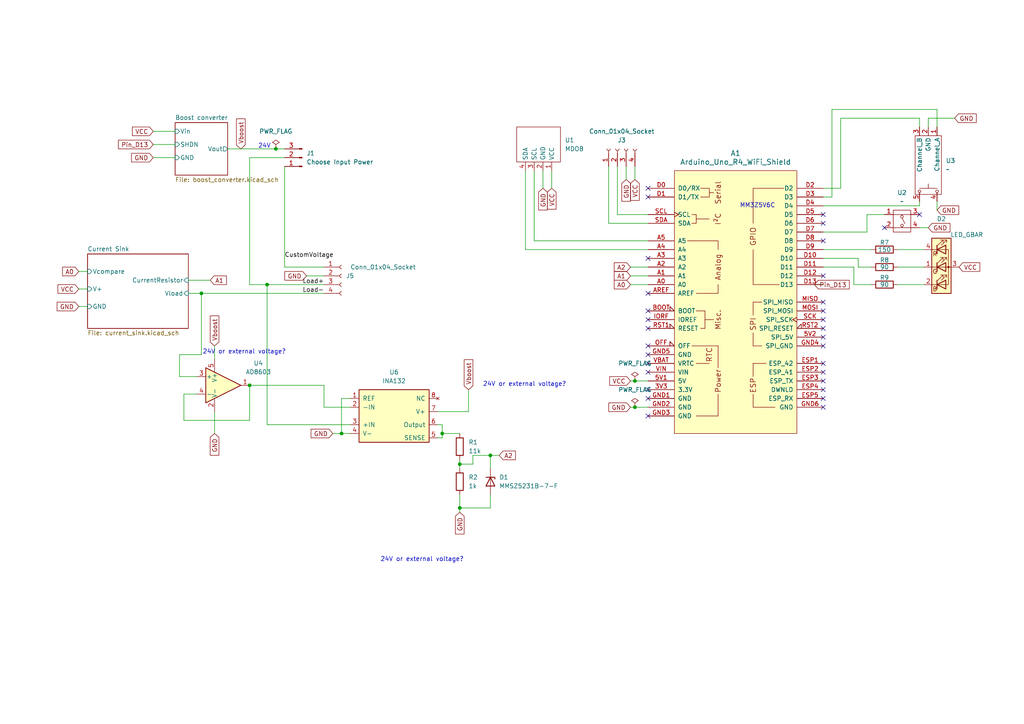
<source format=kicad_sch>
(kicad_sch (version 20250114) (generator "eeschema") (generator_version "9.0")
  (paper "A4")
  (lib_symbols
    (symbol "Amplifier_Operational:AD8603" (pin_names (offset 0.127))
      (property "Reference" "U" (at 0 5.08 0))
      (property "Value" "AD8603" (at 0 -5.08 0))
      (symbol "AD8603_0_1"
        (polyline (pts (xy -5.08 5.08) (xy 5.08 0) (xy -5.08 -5.08) (xy -5.08 5.08)) (stroke (width 0.254)) (fill (type background)))
        (pin power_in line (at -2.54 7.62 270) (length 3.81) (name "V+") (number "5"))
        (pin power_in line (at -2.54 -7.62 90) (length 3.81) (name "V-") (number "2"))
      )
      (symbol "AD8603_1_1"
        (pin input line (at -7.62 2.54 0) (length 2.54) (name "+") (number "3"))
        (pin input line (at -7.62 -2.54 0) (length 2.54) (name "-") (number "4"))
        (pin output line (at 7.62 0 180) (length 2.54) (name "~") (number "1"))
      )
    )
    (symbol "Connector:Conn_01x03_Pin" (pin_names (offset 1.016) (hide yes))
      (property "Reference" "J" (at 0 5.08 0))
      (property "Value" "Conn_01x03_Pin" (at 0 -5.08 0))
      (symbol "Conn_01x03_Pin_1_1"
        (rectangle (start 0.8636 2.667) (end 0 2.413) (stroke (width 0.1524)) (fill (type outline)))
        (rectangle (start 0.8636 0.127) (end 0 -0.127) (stroke (width 0.1524)) (fill (type outline)))
        (rectangle (start 0.8636 -2.413) (end 0 -2.667) (stroke (width 0.1524)) (fill (type outline)))
        (polyline (pts (xy 1.27 2.54) (xy 0.8636 2.54)) (stroke (width 0.1524)))
        (polyline (pts (xy 1.27 0) (xy 0.8636 0)) (stroke (width 0.1524)))
        (polyline (pts (xy 1.27 -2.54) (xy 0.8636 -2.54)) (stroke (width 0.1524)))
        (pin passive line (at 5.08 2.54 180) (length 3.81) (name "Pin_1") (number "1"))
        (pin passive line (at 5.08 0 180) (length 3.81) (name "Pin_2") (number "2"))
        (pin passive line (at 5.08 -2.54 180) (length 3.81) (name "Pin_3") (number "3"))
      )
    )
    (symbol "Connector:Conn_01x04_Socket" (pin_names (offset 1.016) (hide yes))
      (property "Reference" "J" (at 0 5.08 0))
      (property "Value" "Conn_01x04_Socket" (at 0 -7.62 0))
      (symbol "Conn_01x04_Socket_1_1"
        (polyline (pts (xy -1.27 2.54) (xy -0.508 2.54)) (stroke (width 0.1524)))
        (polyline (pts (xy -1.27 0) (xy -0.508 0)) (stroke (width 0.1524)))
        (polyline (pts (xy -1.27 -2.54) (xy -0.508 -2.54)) (stroke (width 0.1524)))
        (polyline (pts (xy -1.27 -5.08) (xy -0.508 -5.08)) (stroke (width 0.1524)))
        (arc (start 0 2.032) (mid -0.5058 2.54) (end 0 3.048) (stroke (width 0.1524)))
        (arc (start 0 -0.508) (mid -0.5058 0) (end 0 0.508) (stroke (width 0.1524)))
        (arc (start 0 -3.048) (mid -0.5058 -2.54) (end 0 -2.032) (stroke (width 0.1524)))
        (arc (start 0 -5.588) (mid -0.5058 -5.08) (end 0 -4.572) (stroke (width 0.1524)))
        (pin passive line (at -5.08 2.54 0) (length 3.81) (name "Pin_1") (number "1"))
        (pin passive line (at -5.08 0 0) (length 3.81) (name "Pin_2") (number "2"))
        (pin passive line (at -5.08 -2.54 0) (length 3.81) (name "Pin_3") (number "3"))
        (pin passive line (at -5.08 -5.08 0) (length 3.81) (name "Pin_4") (number "4"))
      )
    )
    (symbol "Custom_library:INA132" (pin_names (offset 1.016))
      (property "Reference" "U6" (at 2.1433 12.7 0))
      (property "Value" "INA132" (at 2.1433 10.16 0))
      (symbol "INA132_0_1"
        (rectangle (start -10.16 7.62) (end 10.16 -7.62) (stroke (width 0.254)) (fill (type background)))
      )
      (symbol "INA132_1_1"
        (pin input line (at -12.7 5.08 0) (length 2.54) (name "REF") (number "1"))
        (pin input line (at -12.7 2.54 0) (length 2.54) (name "-IN") (number "2"))
        (pin input line (at -12.7 -2.54 0) (length 2.54) (name "+IN") (number "3"))
        (pin power_in line (at -12.7 -5.08 0) (length 2.54) (name "V-") (number "4"))
        (pin no_connect line (at 12.7 5.08 180) (length 2.54) (name "NC") (number "8"))
        (pin power_in line (at 12.7 1.27 180) (length 2.54) (name "V+") (number "7"))
        (pin output line (at 12.7 -2.54 180) (length 2.54) (name "Output") (number "6"))
        (pin input line (at 12.7 -6.35 180) (length 2.54) (name "SENSE") (number "5"))
      )
    )
    (symbol "Custom_library:MC32831"
      (property "Reference" "U" (at 2.54 -0.508 0))
      (symbol "MC32831_0_1"
        (rectangle (start 0 2.54) (end 5.08 -3.81))
        (polyline (pts (xy 2.4971 1.2436) (xy 2.4756 1.072)))
        (circle (center 2.54 0.635) (radius 0.381))
        (circle (center 2.54 -1.905) (radius 0.381))
        (polyline (pts (xy 2.54 -2.54) (xy 2.5614 -2.2942)))
        (polyline (pts (xy 2.5828 0.2358) (xy 3.3976 -1.3722)))
        (polyline (pts (xy 5.08 1.27) (xy 0 1.27)))
        (polyline (pts (xy 5.08 -2.54) (xy 0 -2.54)))
      )
      (symbol "MC32831_1_1"
        (pin passive line (at -2.54 1.27 0) (length 2.54) (name "") (number "1"))
        (pin passive line (at -2.54 -2.54 0) (length 2.54) (name "") (number "2"))
        (pin passive line (at 7.62 1.27 180) (length 2.54) (name "") (number "3"))
        (pin passive line (at 7.62 -2.54 180) (length 2.54) (name "") (number "4"))
      )
    )
    (symbol "Custom_library:MDOB128064V2v_WI"
      (property "Reference" "U" (at -4.318 -5.334 0))
      (property "Value" "MDOB" (at 3.048 -5.334 0))
      (symbol "MDOB128064V2v_WI_0_1"
        (rectangle (start -6.35 2.54) (end 6.35 -7.62))
      )
      (symbol "MDOB128064V2v_WI_1_1"
        (pin power_in line (at -3.81 5.08 270) (length 2.54) (name "VCC") (number "1"))
        (pin power_in line (at -1.27 5.08 270) (length 2.54) (name "GND") (number "2"))
        (pin bidirectional line (at 1.27 5.08 270) (length 2.54) (name "SCL") (number "3"))
        (pin bidirectional line (at 3.81 5.08 270) (length 2.54) (name "SDA") (number "4"))
      )
    )
    (symbol "Custom_library:PEC11R-4215K-S0012"
      (property "Reference" "U" (at 0 0 0))
      (symbol "PEC11R-4215K-S0012_0_1"
        (rectangle (start -6.35 3.81) (end 10.668 -3.81))
        (rectangle (start 7.62 0) (end 8.89 0))
        (polyline (pts (xy 8.89 2.54) (xy 8.89 -2.54)))
        (circle (center 9.779 2.54) (radius 0.381))
        (circle (center 9.779 -2.54) (radius 0.381))
      )
      (symbol "PEC11R-4215K-S0012_1_1"
        (pin passive line (at -8.89 2.54 0) (length 2.54) (name "Channel_A") (number "1"))
        (pin power_in line (at -8.89 0 0) (length 2.54) (name "GND") (number "2"))
        (pin passive line (at -8.89 -2.54 0) (length 2.54) (name "Channel_B") (number "3"))
        (pin passive line (at 12.7 2.54 180) (length 2.54) (name "") (number "4"))
        (pin passive line (at 12.7 -2.54 180) (length 2.54) (name "") (number "5"))
      )
    )
    (symbol "Device:LED_GBAR" (pin_names (offset 0) (hide yes))
      (property "Reference" "D" (at 0 9.398 0))
      (property "Value" "LED_GBAR" (at 0 -8.89 0))
      (symbol "LED_GBAR_0_0"
        (text "R" (at -1.905 3.81 0) (effects (font (size 1.27 1.27))))
        (text "G" (at -1.905 -1.27 0) (effects (font (size 1.27 1.27))))
        (text "B" (at -1.905 -6.35 0) (effects (font (size 1.27 1.27))))
      )
      (symbol "LED_GBAR_0_1"
        (polyline (pts (xy -1.27 6.35) (xy -1.27 3.81)) (stroke (width 0.254)))
        (polyline (pts (xy -1.27 6.35) (xy -1.27 3.81) (xy -1.27 3.81)))
        (polyline (pts (xy -1.27 5.08) (xy -2.54 5.08)))
        (polyline (pts (xy -1.27 5.08) (xy 1.27 5.08)))
        (polyline (pts (xy -1.27 1.27) (xy -1.27 -1.27)) (stroke (width 0.254)))
        (polyline (pts (xy -1.27 1.27) (xy -1.27 -1.27) (xy -1.27 -1.27)))
        (polyline (pts (xy -1.27 0) (xy -2.54 0)))
        (polyline (pts (xy -1.27 -3.81) (xy -1.27 -6.35)) (stroke (width 0.254)))
        (polyline (pts (xy -1.27 -5.08) (xy -2.54 -5.08)))
        (polyline (pts (xy -1.27 -5.08) (xy 1.27 -5.08)))
        (polyline (pts (xy -1.016 6.35) (xy 0.508 7.874) (xy -0.254 7.874) (xy 0.508 7.874) (xy 0.508 7.112)))
        (polyline (pts (xy -1.016 1.27) (xy 0.508 2.794) (xy -0.254 2.794) (xy 0.508 2.794) (xy 0.508 2.032)))
        (polyline (pts (xy -1.016 -3.81) (xy 0.508 -2.286) (xy -0.254 -2.286) (xy 0.508 -2.286) (xy 0.508 -3.048)))
        (polyline (pts (xy 0 6.35) (xy 1.524 7.874) (xy 0.762 7.874) (xy 1.524 7.874) (xy 1.524 7.112)))
        (polyline (pts (xy 0 1.27) (xy 1.524 2.794) (xy 0.762 2.794) (xy 1.524 2.794) (xy 1.524 2.032)))
        (polyline (pts (xy 0 -3.81) (xy 1.524 -2.286) (xy 0.762 -2.286) (xy 1.524 -2.286) (xy 1.524 -3.048)))
        (polyline (pts (xy 1.27 6.35) (xy 1.27 3.81) (xy -1.27 5.08) (xy 1.27 6.35)) (stroke (width 0.254)))
        (rectangle (start 1.27 6.35) (end 1.27 6.35))
        (rectangle (start 1.27 3.81) (end 1.27 6.35))
        (polyline (pts (xy 1.27 1.27) (xy 1.27 -1.27) (xy -1.27 0) (xy 1.27 1.27)) (stroke (width 0.254)))
        (rectangle (start 1.27 1.27) (end 1.27 1.27))
        (polyline (pts (xy 1.27 0) (xy -1.27 0)))
        (polyline (pts (xy 1.27 0) (xy 2.54 0)))
        (rectangle (start 1.27 -1.27) (end 1.27 1.27))
        (polyline (pts (xy 1.27 -3.81) (xy 1.27 -6.35) (xy -1.27 -5.08) (xy 1.27 -3.81)) (stroke (width 0.254)))
        (polyline (pts (xy 1.27 -5.08) (xy 2.032 -5.08) (xy 2.032 5.08) (xy 1.27 5.08)))
        (circle (center 2.032 0) (radius 0.254) (fill (type outline)))
        (rectangle (start 2.794 8.382) (end -2.794 -7.62) (stroke (width 0.254)) (fill (type background)))
      )
      (symbol "LED_GBAR_1_1"
        (pin passive line (at -5.08 5.08 0) (length 2.54) (name "RK") (number "4"))
        (pin passive line (at -5.08 0 0) (length 2.54) (name "GK") (number "1"))
        (pin passive line (at -5.08 -5.08 0) (length 2.54) (name "BK") (number "2"))
        (pin passive line (at 5.08 0 180) (length 2.54) (name "A") (number "3"))
      )
    )
    (symbol "Device:R" (pin_numbers (hide yes)) (pin_names (offset 0))
      (property "Reference" "R" (at 2.032 0 90))
      (property "Value" "R" (at 0 0 90))
      (symbol "R_0_1"
        (rectangle (start -1.016 -2.54) (end 1.016 2.54) (stroke (width 0.254)))
      )
      (symbol "R_1_1"
        (pin passive line (at 0 3.81 270) (length 1.27) (name "~") (number "1"))
        (pin passive line (at 0 -3.81 90) (length 1.27) (name "~") (number "2"))
      )
    )
    (symbol "Diode:ZPDxx" (pin_numbers (hide yes)) (pin_names (hide yes))
      (property "Reference" "D" (at 0 2.54 0))
      (property "Value" "ZPDxx" (at 0 -2.54 0))
      (symbol "ZPDxx_0_1"
        (polyline (pts (xy -1.27 -1.27) (xy -1.27 1.27) (xy -0.762 1.27)) (stroke (width 0.254)))
        (polyline (pts (xy 1.27 0) (xy -1.27 0)))
        (polyline (pts (xy 1.27 -1.27) (xy 1.27 1.27) (xy -1.27 0) (xy 1.27 -1.27)) (stroke (width 0.254)))
      )
      (symbol "ZPDxx_1_1"
        (pin passive line (at -3.81 0 0) (length 2.54) (name "K") (number "1"))
        (pin passive line (at 3.81 0 180) (length 2.54) (name "A") (number "2"))
      )
    )
    (symbol "PCM_arduino-library:Arduino_Uno_R4_WiFi_Shield" (pin_names (offset 1.016))
      (property "Reference" "A" (at 0 43.18 0))
      (property "Value" "Arduino_Uno_R4_WiFi_Shield" (at 0 40.64 0))
      (symbol "Arduino_Uno_R4_WiFi_Shield_0_0"
        (rectangle (start -17.78 38.1) (end 17.78 -38.1) (fill (type background)))
        (polyline (pts (xy -12.7 25.4) (xy -11.43 25.4) (xy -11.43 22.86) (xy -12.7 22.86)))
        (rectangle (start -12.7 -12.7) (end -5.08 -12.7))
        (polyline (pts (xy -11.43 24.13) (xy -7.62 24.13)))
        (rectangle (start -11.43 -33.02) (end -5.08 -33.02))
        (polyline (pts (xy -10.16 33.02) (xy -7.62 33.02) (xy -7.62 30.48) (xy -10.16 30.48)))
        (rectangle (start -10.16 -7.62) (end -8.89 -7.62))
        (rectangle (start -8.89 -2.54) (end -11.43 -2.54))
        (rectangle (start -8.89 -5.08) (end -6.35 -5.08))
        (rectangle (start -8.89 -7.62) (end -8.89 -2.54))
        (polyline (pts (xy -7.62 31.75) (xy -6.35 31.75)))
        (polyline (pts (xy -5.08 15.24) (xy -5.08 17.78) (xy -13.97 17.78)))
        (polyline (pts (xy -5.08 5.08) (xy -5.08 2.54) (xy -11.43 2.54)))
        (polyline (pts (xy -5.08 -12.7) (xy -5.08 -19.05)))
        (polyline (pts (xy -5.08 -26.67) (xy -5.08 -33.02)))
        (polyline (pts (xy 5.08 22.86) (xy 5.08 33.02) (xy 13.97 33.02)))
        (polyline (pts (xy 5.08 15.24) (xy 5.08 5.08) (xy 12.7 5.08)))
        (rectangle (start 5.08 -3.81) (end 5.08 0))
        (rectangle (start 5.08 -12.7) (end 5.08 -8.89))
        (rectangle (start 5.08 -12.7) (end 7.62 -12.7))
        (rectangle (start 5.08 -17.78) (end 8.89 -17.78))
        (rectangle (start 5.08 -21.59) (end 5.08 -17.78))
        (rectangle (start 5.08 -30.48) (end 5.08 -26.67))
        (rectangle (start 5.08 -30.48) (end 11.43 -30.48))
        (rectangle (start 7.62 0) (end 5.08 0))
        (text "RTC" (at -7.62 -15.24 900) (effects (font (size 1.524 1.524))))
        (text "Serial" (at -5.08 31.75 900) (effects (font (size 1.524 1.524))))
        (text "I²C" (at -5.08 24.13 900) (effects (font (size 1.524 1.524))))
        (text "Analog" (at -5.08 10.16 900) (effects (font (size 1.524 1.524))))
        (text "Misc." (at -5.08 -5.08 900) (effects (font (size 1.524 1.524))))
        (text "Power" (at -5.08 -22.86 900) (effects (font (size 1.524 1.524))))
        (text "SPI" (at 5.08 -6.35 900) (effects (font (size 1.524 1.524))))
        (text "ESP" (at 5.08 -24.13 900) (effects (font (size 1.524 1.524))))
      )
      (symbol "Arduino_Uno_R4_WiFi_Shield_0_1"
        (polyline (pts (xy -11.43 -17.78) (xy -7.62 -17.78)))
      )
      (symbol "Arduino_Uno_R4_WiFi_Shield_1_0"
        (text "GPIO" (at 5.08 19.05 900) (effects (font (size 1.524 1.524))))
      )
      (symbol "Arduino_Uno_R4_WiFi_Shield_1_1"
        (pin bidirectional line (at -25.4 33.02 0) (length 7.62) (name "D0/RX") (number "D0"))
        (pin bidirectional line (at -25.4 30.48 0) (length 7.62) (name "D1/TX") (number "D1"))
        (pin bidirectional clock (at -25.4 25.4 0) (length 7.62) (name "SCL") (number "SCL"))
        (pin bidirectional line (at -25.4 22.86 0) (length 7.62) (name "SDA") (number "SDA"))
        (pin bidirectional line (at -25.4 17.78 0) (length 7.62) (name "A5") (number "A5"))
        (pin bidirectional line (at -25.4 15.24 0) (length 7.62) (name "A4") (number "A4"))
        (pin bidirectional line (at -25.4 12.7 0) (length 7.62) (name "A3") (number "A3"))
        (pin bidirectional line (at -25.4 10.16 0) (length 7.62) (name "A2") (number "A2"))
        (pin bidirectional line (at -25.4 7.62 0) (length 7.62) (name "A1") (number "A1"))
        (pin bidirectional line (at -25.4 5.08 0) (length 7.62) (name "A0") (number "A0"))
        (pin input line (at -25.4 2.54 0) (length 7.62) (name "AREF") (number "AREF"))
        (pin input input_low (at -25.4 -2.54 0) (length 7.62) (name "BOOT") (number "BOOT"))
        (pin output line (at -25.4 -5.08 0) (length 7.62) (name "IOREF") (number "IORF"))
        (pin open_collector input_low (at -25.4 -7.62 0) (length 7.62) (name "RESET") (number "RST1"))
        (pin input input_low (at -25.4 -12.7 0) (length 7.62) (name "OFF") (number "OFF"))
        (pin power_in line (at -25.4 -15.24 0) (length 7.62) (name "GND") (number "GND5"))
        (pin power_in line (at -25.4 -17.78 0) (length 7.62) (name "VRTC") (number "VBAT"))
        (pin power_in line (at -25.4 -20.32 0) (length 7.62) (name "VIN") (number "VIN"))
        (pin power_in line (at -25.4 -22.86 0) (length 7.62) (name "5V") (number "5V1"))
        (pin power_out line (at -25.4 -25.4 0) (length 7.62) (name "3.3V") (number "3V3"))
        (pin power_in line (at -25.4 -27.94 0) (length 7.62) (name "GND") (number "GND1"))
        (pin power_in line (at -25.4 -30.48 0) (length 7.62) (name "GND") (number "GND2"))
        (pin power_in line (at -25.4 -33.02 0) (length 7.62) (name "GND") (number "GND3"))
        (pin bidirectional line (at 25.4 33.02 180) (length 7.62) (name "D2") (number "D2"))
        (pin bidirectional line (at 25.4 30.48 180) (length 7.62) (name "D3") (number "D3"))
        (pin bidirectional line (at 25.4 27.94 180) (length 7.62) (name "D4") (number "D4"))
        (pin bidirectional line (at 25.4 25.4 180) (length 7.62) (name "D5") (number "D5"))
        (pin bidirectional line (at 25.4 22.86 180) (length 7.62) (name "D6") (number "D6"))
        (pin bidirectional line (at 25.4 20.32 180) (length 7.62) (name "D7") (number "D7"))
        (pin bidirectional line (at 25.4 17.78 180) (length 7.62) (name "D8") (number "D8"))
        (pin bidirectional line (at 25.4 15.24 180) (length 7.62) (name "D9") (number "D9"))
        (pin bidirectional line (at 25.4 12.7 180) (length 7.62) (name "D10") (number "D10"))
        (pin bidirectional line (at 25.4 10.16 180) (length 7.62) (name "D11") (number "D11"))
        (pin bidirectional line (at 25.4 7.62 180) (length 7.62) (name "D12") (number "D12"))
        (pin bidirectional line (at 25.4 5.08 180) (length 7.62) (name "D13") (number "D13"))
        (pin input line (at 25.4 0 180) (length 7.62) (name "SPI_MISO") (number "MISO"))
        (pin output line (at 25.4 -2.54 180) (length 7.62) (name "SPI_MOSI") (number "MOSI"))
        (pin output clock (at 25.4 -5.08 180) (length 7.62) (name "SPI_SCK") (number "SCK"))
        (pin open_collector input_low (at 25.4 -7.62 180) (length 7.62) (name "SPI_RESET") (number "RST2"))
        (pin power_in line (at 25.4 -10.16 180) (length 7.62) (name "SPI_5V") (number "5V2"))
        (pin power_in line (at 25.4 -12.7 180) (length 7.62) (name "SPI_GND") (number "GND4"))
        (pin bidirectional line (at 25.4 -17.78 180) (length 7.62) (name "ESP_42") (number "ESP1"))
        (pin bidirectional line (at 25.4 -20.32 180) (length 7.62) (name "ESP_41") (number "ESP2"))
        (pin bidirectional line (at 25.4 -22.86 180) (length 7.62) (name "ESP_TX") (number "ESP3"))
        (pin bidirectional line (at 25.4 -25.4 180) (length 7.62) (name "DWNLD") (number "ESP4"))
        (pin bidirectional line (at 25.4 -27.94 180) (length 7.62) (name "ESP_RX") (number "ESP5"))
        (pin power_in line (at 25.4 -30.48 180) (length 7.62) (name "GND") (number "GND6"))
      )
    )
    (symbol "power:PWR_FLAG" (power) (pin_numbers (hide yes)) (pin_names (offset 0) (hide yes))
      (property "Value" "PWR_FLAG" (at 0 3.81 0))
      (symbol "PWR_FLAG_0_0"
        (pin power_out line (at 0 0 90) (length 0) (name "~") (number "1"))
      )
      (symbol "PWR_FLAG_0_1"
        (polyline (pts (xy 0 0) (xy 0 1.27) (xy -1.016 1.905) (xy 0 2.54) (xy 1.016 1.905) (xy 0 1.27)))
      )
    )
  )
  (text "24V" (at 76.708 42.418 0) (effects (font (size 1.27 1.27))))
  (text "24V or external voltage?\n" (at 70.866 102.108 0) (effects (font (size 1.27 1.27))))
  (text "24V or external voltage?\n" (at 122.428 162.306 0) (effects (font (size 1.27 1.27))))
  (text "MM3Z5V6C" (at 219.71 59.69 0) (effects (font (size 1.27 1.27))))
  (text "24V or external voltage?\n" (at 152.146 111.506 0) (effects (font (size 1.27 1.27))))
  (junction (at 58.42 85.09))
  (junction (at 184.15 118.11))
  (junction (at 142.24 132.08))
  (junction (at 133.35 147.32))
  (junction (at 133.35 134.62))
  (junction (at 184.15 110.49))
  (junction (at 72.39 111.76))
  (junction (at 77.47 82.55))
  (junction (at 128.27 125.73))
  (junction (at 80.01 43.18))
  (junction (at 99.06 125.73))
  (no_connect (at 238.76 90.17))
  (no_connect (at 187.96 74.93))
  (no_connect (at 238.76 92.71))
  (no_connect (at 238.76 107.95))
  (no_connect (at 238.76 95.25))
  (no_connect (at 187.96 107.95))
  (no_connect (at 238.76 113.03))
  (no_connect (at 256.54 66.04))
  (no_connect (at 238.76 100.33))
  (no_connect (at 187.96 120.65))
  (no_connect (at 187.96 100.33))
  (no_connect (at 238.76 97.79))
  (no_connect (at 238.76 69.85))
  (no_connect (at 187.96 90.17))
  (no_connect (at 187.96 95.25))
  (no_connect (at 187.96 115.57))
  (no_connect (at 238.76 80.01))
  (no_connect (at 266.7 62.23))
  (no_connect (at 238.76 110.49))
  (no_connect (at 238.76 105.41))
  (no_connect (at 187.96 57.15))
  (no_connect (at 238.76 115.57))
  (no_connect (at 187.96 105.41))
  (no_connect (at 187.96 85.09))
  (no_connect (at 238.76 62.23))
  (no_connect (at 238.76 64.77))
  (no_connect (at 187.96 113.03))
  (no_connect (at 238.76 118.11))
  (no_connect (at 238.76 87.63))
  (no_connect (at 187.96 102.87))
  (no_connect (at 187.96 54.61))
  (no_connect (at 187.96 92.71))
  (wire (pts (xy 77.47 82.55) (xy 77.47 123.19)))
  (wire (pts (xy 133.35 134.62) (xy 133.35 135.89)))
  (wire (pts (xy 53.34 114.3) (xy 53.34 121.92)))
  (wire (pts (xy 127 119.38) (xy 135.89 119.38)))
  (wire (pts (xy 243.84 54.61) (xy 243.84 34.29)))
  (wire (pts (xy 57.15 114.3) (xy 53.34 114.3)))
  (wire (pts (xy 248.92 77.47) (xy 252.73 77.47)))
  (wire (pts (xy 266.7 34.29) (xy 266.7 36.83)))
  (wire (pts (xy 82.55 48.26) (xy 82.55 77.47)))
  (wire (pts (xy 154.94 49.53) (xy 154.94 69.85)))
  (wire (pts (xy 154.94 69.85) (xy 187.96 69.85)))
  (wire (pts (xy 72.39 121.92) (xy 72.39 111.76)))
  (wire (pts (xy 252.73 82.55) (xy 247.65 82.55)))
  (wire (pts (xy 128.27 125.73) (xy 133.35 125.73)))
  (wire (pts (xy 260.35 82.55) (xy 267.97 82.55)))
  (wire (pts (xy 266.7 59.69) (xy 266.7 58.42)))
  (wire (pts (xy 251.46 62.23) (xy 256.54 62.23)))
  (wire (pts (xy 260.35 72.39) (xy 267.97 72.39)))
  (wire (pts (xy 251.46 62.23) (xy 251.46 67.31)))
  (wire (pts (xy 248.92 74.93) (xy 248.92 77.47)))
  (wire (pts (xy 135.89 113.03) (xy 135.89 119.38)))
  (wire (pts (xy 142.24 147.32) (xy 133.35 147.32)))
  (wire (pts (xy 99.06 125.73) (xy 101.6 125.73)))
  (wire (pts (xy 99.06 115.57) (xy 101.6 115.57)))
  (wire (pts (xy 271.78 31.75) (xy 241.3 31.75)))
  (wire (pts (xy 271.78 58.42) (xy 271.78 60.96)))
  (wire (pts (xy 137.16 134.62) (xy 133.35 134.62)))
  (wire (pts (xy 142.24 132.08) (xy 144.78 132.08)))
  (wire (pts (xy 247.65 77.47) (xy 238.76 77.47)))
  (wire (pts (xy 160.02 49.53) (xy 160.02 54.61)))
  (wire (pts (xy 96.52 125.73) (xy 99.06 125.73)))
  (wire (pts (xy 182.88 82.55) (xy 187.96 82.55)))
  (wire (pts (xy 182.88 118.11) (xy 184.15 118.11)))
  (wire (pts (xy 184.15 48.26) (xy 184.15 52.07)))
  (wire (pts (xy 44.45 41.91) (xy 50.8 41.91)))
  (wire (pts (xy 58.42 102.87) (xy 58.42 85.09)))
  (wire (pts (xy 66.04 43.18) (xy 80.01 43.18)))
  (wire (pts (xy 241.3 31.75) (xy 241.3 57.15)))
  (wire (pts (xy 238.76 57.15) (xy 241.3 57.15)))
  (wire (pts (xy 128.27 123.19) (xy 128.27 125.73)))
  (wire (pts (xy 243.84 34.29) (xy 266.7 34.29)))
  (wire (pts (xy 176.53 48.26) (xy 176.53 64.77)))
  (wire (pts (xy 127 123.19) (xy 128.27 123.19)))
  (wire (pts (xy 152.4 72.39) (xy 187.96 72.39)))
  (wire (pts (xy 238.76 59.69) (xy 266.7 59.69)))
  (wire (pts (xy 77.47 123.19) (xy 101.6 123.19)))
  (wire (pts (xy 54.61 85.09) (xy 58.42 85.09)))
  (wire (pts (xy 53.34 121.92) (xy 72.39 121.92)))
  (wire (pts (xy 157.48 49.53) (xy 157.48 54.61)))
  (wire (pts (xy 184.15 110.49) (xy 187.96 110.49)))
  (wire (pts (xy 176.53 64.77) (xy 187.96 64.77)))
  (wire (pts (xy 72.39 82.55) (xy 77.47 82.55)))
  (wire (pts (xy 142.24 132.08) (xy 142.24 135.89)))
  (wire (pts (xy 72.39 45.72) (xy 82.55 45.72)))
  (wire (pts (xy 93.98 118.11) (xy 101.6 118.11)))
  (wire (pts (xy 269.24 34.29) (xy 276.86 34.29)))
  (wire (pts (xy 137.16 132.08) (xy 137.16 134.62)))
  (wire (pts (xy 133.35 147.32) (xy 133.35 148.59)))
  (wire (pts (xy 77.47 82.55) (xy 93.98 82.55)))
  (wire (pts (xy 54.61 81.28) (xy 60.96 81.28)))
  (wire (pts (xy 187.96 62.23) (xy 179.07 62.23)))
  (wire (pts (xy 58.42 85.09) (xy 93.98 85.09)))
  (wire (pts (xy 269.24 36.83) (xy 269.24 34.29)))
  (wire (pts (xy 127 127) (xy 128.27 127)))
  (wire (pts (xy 72.39 45.72) (xy 72.39 82.55)))
  (wire (pts (xy 72.39 111.76) (xy 93.98 111.76)))
  (wire (pts (xy 22.86 83.82) (xy 25.4 83.82)))
  (wire (pts (xy 62.23 119.38) (xy 62.23 125.73)))
  (wire (pts (xy 182.88 77.47) (xy 187.96 77.47)))
  (wire (pts (xy 52.07 102.87) (xy 58.42 102.87)))
  (wire (pts (xy 238.76 54.61) (xy 243.84 54.61)))
  (wire (pts (xy 52.07 109.22) (xy 52.07 102.87)))
  (wire (pts (xy 82.55 77.47) (xy 93.98 77.47)))
  (wire (pts (xy 22.86 78.74) (xy 25.4 78.74)))
  (wire (pts (xy 184.15 118.11) (xy 187.96 118.11)))
  (wire (pts (xy 152.4 49.53) (xy 152.4 72.39)))
  (wire (pts (xy 179.07 62.23) (xy 179.07 48.26)))
  (wire (pts (xy 142.24 143.51) (xy 142.24 147.32)))
  (wire (pts (xy 238.76 74.93) (xy 248.92 74.93)))
  (wire (pts (xy 93.98 111.76) (xy 93.98 118.11)))
  (wire (pts (xy 238.76 72.39) (xy 252.73 72.39)))
  (wire (pts (xy 251.46 67.31) (xy 238.76 67.31)))
  (wire (pts (xy 266.7 66.04) (xy 269.24 66.04)))
  (wire (pts (xy 182.88 110.49) (xy 184.15 110.49)))
  (wire (pts (xy 260.35 77.47) (xy 267.97 77.47)))
  (wire (pts (xy 22.86 88.9) (xy 25.4 88.9)))
  (wire (pts (xy 88.9 80.01) (xy 93.98 80.01)))
  (wire (pts (xy 137.16 132.08) (xy 142.24 132.08)))
  (wire (pts (xy 99.06 115.57) (xy 99.06 125.73)))
  (wire (pts (xy 44.45 45.72) (xy 50.8 45.72)))
  (wire (pts (xy 133.35 133.35) (xy 133.35 134.62)))
  (wire (pts (xy 44.45 38.1) (xy 50.8 38.1)))
  (wire (pts (xy 236.22 82.55) (xy 238.76 82.55)))
  (wire (pts (xy 247.65 82.55) (xy 247.65 77.47)))
  (wire (pts (xy 80.01 43.18) (xy 82.55 43.18)))
  (wire (pts (xy 271.78 36.83) (xy 271.78 31.75)))
  (wire (pts (xy 128.27 125.73) (xy 128.27 127)))
  (wire (pts (xy 181.61 48.26) (xy 181.61 52.07)))
  (wire (pts (xy 62.23 100.33) (xy 62.23 104.14)))
  (wire (pts (xy 133.35 143.51) (xy 133.35 147.32)))
  (wire (pts (xy 182.88 80.01) (xy 187.96 80.01)))
  (wire (pts (xy 57.15 109.22) (xy 52.07 109.22)))
  (label "CustomVoltage" (at 82.55 74.93 0))
  (label "Load-" (at 93.98 85.09 180))
  (label "Load+" (at 93.98 82.55 180))
  (global_label "A0" (shape input) (at 182.88 82.55 180) (property "Intersheetrefs" "${INTERSHEET_REFS}" (effects (hide yes))))
  (global_label "A1" (shape input) (at 60.96 81.28 0) (property "Intersheetrefs" "${INTERSHEET_REFS}" (effects (hide yes))))
  (global_label "VCC" (shape input) (at 44.45 38.1 180) (property "Intersheetrefs" "${INTERSHEET_REFS}" (effects (hide yes))))
  (global_label "GND" (shape input) (at 44.45 45.72 180) (property "Intersheetrefs" "${INTERSHEET_REFS}" (effects (hide yes))))
  (global_label "GND" (shape input) (at 88.9 80.01 180) (property "Intersheetrefs" "${INTERSHEET_REFS}" (effects (hide yes))))
  (global_label "GND" (shape input) (at 269.24 66.04 0) (property "Intersheetrefs" "${INTERSHEET_REFS}" (effects (hide yes))))
  (global_label "VCC" (shape input) (at 22.86 83.82 180) (property "Intersheetrefs" "${INTERSHEET_REFS}" (effects (hide yes))))
  (global_label "A0" (shape input) (at 22.86 78.74 180) (property "Intersheetrefs" "${INTERSHEET_REFS}" (effects (hide yes))))
  (global_label "VCC" (shape input) (at 278.13 77.47 0) (property "Intersheetrefs" "${INTERSHEET_REFS}" (effects (hide yes))))
  (global_label "Pin_D13" (shape input) (at 44.45 41.91 180) (property "Intersheetrefs" "${INTERSHEET_REFS}" (effects (hide yes))))
  (global_label "A1" (shape input) (at 182.88 80.01 180) (property "Intersheetrefs" "${INTERSHEET_REFS}" (effects (hide yes))))
  (global_label "VCC" (shape input) (at 182.88 110.49 180) (property "Intersheetrefs" "${INTERSHEET_REFS}" (effects (hide yes))))
  (global_label "GND" (shape input) (at 22.86 88.9 180) (property "Intersheetrefs" "${INTERSHEET_REFS}" (effects (hide yes))))
  (global_label "A2" (shape input) (at 144.78 132.08 0) (property "Intersheetrefs" "${INTERSHEET_REFS}" (effects (hide yes))))
  (global_label "GND" (shape input) (at 276.86 34.29 0) (property "Intersheetrefs" "${INTERSHEET_REFS}" (effects (hide yes))))
  (global_label "GND" (shape input) (at 157.48 54.61 270) (property "Intersheetrefs" "${INTERSHEET_REFS}" (effects (hide yes))))
  (global_label "Vboost" (shape input) (at 69.85 43.18 90) (property "Intersheetrefs" "${INTERSHEET_REFS}" (effects (hide yes))))
  (global_label "VCC" (shape input) (at 184.15 52.07 270) (property "Intersheetrefs" "${INTERSHEET_REFS}" (effects (hide yes))))
  (global_label "GND" (shape input) (at 271.78 60.96 0) (property "Intersheetrefs" "${INTERSHEET_REFS}" (effects (hide yes))))
  (global_label "A2" (shape input) (at 182.88 77.47 180) (property "Intersheetrefs" "${INTERSHEET_REFS}" (effects (hide yes))))
  (global_label "GND" (shape input) (at 181.61 52.07 270) (property "Intersheetrefs" "${INTERSHEET_REFS}" (effects (hide yes))))
  (global_label "Vboost" (shape input) (at 62.23 100.33 90) (property "Intersheetrefs" "${INTERSHEET_REFS}" (effects (hide yes))))
  (global_label "Vboost" (shape input) (at 135.89 113.03 90) (property "Intersheetrefs" "${INTERSHEET_REFS}" (effects (hide yes))))
  (global_label "GND" (shape input) (at 133.35 148.59 270) (property "Intersheetrefs" "${INTERSHEET_REFS}" (effects (hide yes))))
  (global_label "VCC" (shape input) (at 160.02 54.61 270) (property "Intersheetrefs" "${INTERSHEET_REFS}" (effects (hide yes))))
  (global_label "GND" (shape input) (at 96.52 125.73 180) (property "Intersheetrefs" "${INTERSHEET_REFS}" (effects (hide yes))))
  (global_label "GND" (shape input) (at 182.88 118.11 180) (property "Intersheetrefs" "${INTERSHEET_REFS}" (effects (hide yes))))
  (global_label "Pin_D13" (shape input) (at 236.22 82.55 0) (property "Intersheetrefs" "${INTERSHEET_REFS}" (effects (hide yes))))
  (global_label "GND" (shape input) (at 62.23 125.73 270) (property "Intersheetrefs" "${INTERSHEET_REFS}" (effects (hide yes))))
  (symbol (lib_id "Device:R") (at 133.35 129.54 0) (unit 1)
    (property "Reference" "R1" (at 135.89 128.2699 0) (effects (justify left)))
    (property "Value" "11k" (at 135.89 130.8099 0) (effects (justify left)))
    (property "Footprint" "Resistor_SMD:R_2010_5025Metric_Pad1.40x2.65mm_HandSolder" (effects (hide yes)))
    (property "Description" "Resistor" (effects (hide yes)))
  )
  (symbol (lib_id "Connector:Conn_01x04_Socket") (at 99.06 80.01 0) (unit 1)
    (property "Reference" "J5" (at 100.33 80.0099 0) (effects (justify left)))
    (property "Value" "Conn_01x04_Socket" (at 101.6 77.47 0) (effects (justify left)))
    (property "Footprint" "Connector_Phoenix_MC_HighVoltage:PhoenixContact_MCV_1,5_4-G-5.08_1x04_P5.08mm_Vertical" (effects (hide yes)))
    (property "Description" "Generic connector, single row, 01x04, script generated" (effects (hide yes)))
  )
  (symbol (lib_id "power:PWR_FLAG") (at 184.15 118.11 0) (unit 1)
    (property "Reference" "#FLG01" (effects (hide yes)))
    (property "Value" "PWR_FLAG" (at 184.15 113.03 0))
    (property "Description" "Special symbol for telling ERC where power comes from" (effects (hide yes)))
  )
  (symbol (lib_id "power:PWR_FLAG") (at 184.15 110.49 0) (unit 1)
    (property "Reference" "#FLG02" (effects (hide yes)))
    (property "Value" "PWR_FLAG" (at 184.15 105.41 0))
    (property "Description" "Special symbol for telling ERC where power comes from" (effects (hide yes)))
  )
  (symbol (lib_id "PCM_arduino-library:Arduino_Uno_R4_WiFi_Shield") (at 213.36 87.63 0) (unit 1)
    (property "Reference" "A1" (at 213.36 44.45 0) (effects (font (size 1.524 1.524))))
    (property "Value" "Arduino_Uno_R4_WiFi_Shield" (at 213.36 46.99 0) (effects (font (size 1.524 1.524))))
    (property "Footprint" "PCM_arduino-library:Arduino_Uno_R4_WiFi_Shield" (effects (hide yes)))
    (property "Datasheet" "https://docs.arduino.cc/hardware/uno-r4-wifi" (effects (hide yes)))
    (property "Description" "Shield for Arduino Uno R4 WiFi" (effects (hide yes)))
  )
  (symbol (lib_id "Custom_library:PEC11R-4215K-S0012") (at 269.24 45.72 270) (unit 1)
    (property "Reference" "U3" (at 274.32 46.6089 90) (effects (justify left)))
    (property "Value" "~" (at 274.32 49.1489 90) (effects (justify left)))
    (property "Footprint" "Custom_footprints:PEC11R-4215K-S0012" (effects (hide yes)))
  )
  (symbol (lib_id "Custom_library:INA132") (at 114.3 120.65 0) (unit 1)
    (property "Reference" "U6" (at 114.3 107.95 0))
    (property "Value" "INA132" (at 114.3 110.49 0))
    (property "Footprint" "Package_SO:SOIC-8_3.9x4.9mm_P1.27mm" (effects (hide yes)))
    (property "Datasheet" "http://www.nxp.com/docs/en/data-sheet/TJA1051.pdf" (effects (hide yes)))
    (property "Description" "High-Speed CAN Transceiver, separate VIO, silent mode, SOIC-8" (effects (hide yes)))
  )
  (symbol (lib_id "Diode:ZPDxx") (at 142.24 139.7 270) (unit 1)
    (property "Reference" "D1" (at 144.78 138.4299 90) (effects (justify left)))
    (property "Value" "MMSZ5231B-7-F" (at 144.78 140.9699 90) (effects (justify left)))
    (property "Footprint" "Diode_SMD:D_SOD-123" (effects (hide yes)))
    (property "Datasheet" "http://diotec.com/tl_files/diotec/files/pdf/datasheets/zpd1" (effects (hide yes)))
    (property "Description" "500mW Zener Diode, DO-35" (effects (hide yes)))
  )
  (symbol (lib_id "Connector:Conn_01x04_Socket") (at 179.07 43.18 90) (unit 1)
    (property "Reference" "J3" (at 180.34 40.64 90))
    (property "Value" "Conn_01x04_Socket" (at 180.34 38.1 90))
    (property "Footprint" "Connector:NS-Tech_Grove_1x04_P2mm_Vertical" (effects (hide yes)))
    (property "Datasheet" "kicad-embed://Connector_i2c.pdf" (effects (hide yes)))
    (property "Description" "Generic connector, single row, 01x04, script generated" (effects (hide yes)))
  )
  (symbol (lib_id "power:PWR_FLAG") (at 80.01 43.18 0) (unit 1)
    (property "Reference" "#FLG03" (effects (hide yes)))
    (property "Value" "PWR_FLAG" (at 80.01 38.1 0))
    (property "Description" "Special symbol for telling ERC where power comes from" (effects (hide yes)))
  )
  (symbol (lib_id "Custom_library:MC32831") (at 259.08 63.5 0) (unit 1)
    (property "Reference" "U2" (at 261.62 55.88 0))
    (property "Value" "~" (at 261.62 58.42 0))
    (property "Footprint" "Custom_footprints:MC32831" (effects (hide yes)))
  )
  (symbol (lib_id "Device:R") (at 256.54 72.39 90) (unit 1)
    (property "Reference" "R7" (at 256.54 70.358 90))
    (property "Value" "150" (at 256.54 72.39 90))
    (property "Footprint" "Resistor_SMD:R_2010_5025Metric_Pad1.40x2.65mm_HandSolder" (effects (hide yes)))
    (property "Description" "Resistor" (effects (hide yes)))
  )
  (symbol (lib_id "Device:R") (at 256.54 77.47 90) (unit 1)
    (property "Reference" "R8" (at 256.54 75.438 90))
    (property "Value" "90" (at 256.54 77.47 90))
    (property "Footprint" "Resistor_SMD:R_2010_5025Metric_Pad1.40x2.65mm_HandSolder" (effects (hide yes)))
    (property "Description" "Resistor" (effects (hide yes)))
  )
  (symbol (lib_id "Amplifier_Operational:AD8603") (at 64.77 111.76 0) (unit 1)
    (property "Reference" "U4" (at 74.93 105.3398 0))
    (property "Value" "AD8603" (at 74.93 107.8798 0))
    (property "Footprint" "Package_TO_SOT_SMD:TSOT-23-5" (effects (hide yes)))
    (property "Datasheet" "https://www.analog.com/media/en/technical-documentation/data-sheets/AD8603_8607_8609.pdf" (effects (hide yes)))
    (property "Description" "Precision Micropower, Low Noise CMOS, Rail-to-Rail Input/Output Operational Amplifier, TSOT-23-5" (effects (hide yes)))
  )
  (symbol (lib_id "Device:R") (at 133.35 139.7 0) (unit 1)
    (property "Reference" "R2" (at 135.89 138.4299 0) (effects (justify left)))
    (property "Value" "1k" (at 135.89 140.9699 0) (effects (justify left)))
    (property "Footprint" "Resistor_SMD:R_2010_5025Metric_Pad1.40x2.65mm_HandSolder" (effects (hide yes)))
    (property "Description" "Resistor" (effects (hide yes)))
  )
  (symbol (lib_id "Connector:Conn_01x03_Pin") (at 87.63 45.72 180) (unit 1)
    (property "Reference" "J1" (at 88.9 44.4499 0) (effects (justify right)))
    (property "Value" "Choose Input Power" (at 88.9 46.9899 0) (effects (justify right)))
    (property "Footprint" "Connector_PinHeader_2.54mm:PinHeader_1x03_P2.54mm_Vertical" (effects (hide yes)))
    (property "Description" "Generic connector, single row, 01x03, script generated" (effects (hide yes)))
  )
  (symbol (lib_id "Custom_library:MDOB128064V2v_WI") (at 156.21 44.45 180) (unit 1)
    (property "Reference" "U1" (at 163.83 40.6399 0) (effects (justify right)))
    (property "Value" "MDOB" (at 163.83 43.1799 0) (effects (justify right)))
    (property "Footprint" "Custom_footprints:MDOB128064V2V-WI" (effects (hide yes)))
    (property "Datasheet" "kicad-embed://display_oled.pdf" (effects (hide yes)))
  )
  (symbol (lib_id "Device:R") (at 256.54 82.55 90) (unit 1)
    (property "Reference" "R9" (at 256.54 80.518 90))
    (property "Value" "90" (at 256.54 82.55 90))
    (property "Footprint" "Resistor_SMD:R_2010_5025Metric_Pad1.40x2.65mm_HandSolder" (effects (hide yes)))
    (property "Description" "Resistor" (effects (hide yes)))
  )
  (symbol (lib_id "Device:LED_GBAR") (at 273.05 77.47 0) (unit 1)
    (property "Reference" "D2" (at 273.05 63.5 0))
    (property "Value" "LED_GBAR" (at 280.416 68.072 0))
    (property "Footprint" "LED_THT:LED_D5.0mm-4_RGB" (effects (hide yes)))
    (property "Description" "RGB LED, green/blue/anode/red" (effects (hide yes)))
  )
  (sheet (at 50.8 35.56) (size 15.24 15.24) (stroke (width 0.1524))
    (property "Sheetname" "Boost converter" (at 50.8 34.8484 0) (effects (justify left bottom)))
    (property "Sheetfile" "boost_converter.kicad_sch" (at 50.8 51.3846 0) (effects (justify left top)))
    (pin "GND" input (at 50.8 45.72 180))
    (pin "SHDN" input (at 50.8 41.91 180))
    (pin "Vout" output (at 66.04 43.18 0))
    (pin "Vin" input (at 50.8 38.1 180))
  )
  (sheet (at 25.4 73.66) (size 29.21 21.59) (stroke (width 0.1524))
    (property "Sheetname" "Current Sink" (at 25.4 72.9484 0) (effects (justify left bottom)))
    (property "Sheetfile" "current_sink.kicad_sch" (at 25.4 95.8346 0) (effects (justify left top)))
    (pin "CurrentResistor" input (at 54.61 81.28 0))
    (pin "GND" input (at 25.4 88.9 180))
    (pin "V+" input (at 25.4 83.82 180))
    (pin "Vcompare" input (at 25.4 78.74 180))
    (pin "Vload" input (at 54.61 85.09 0))
  )
)
</source>
